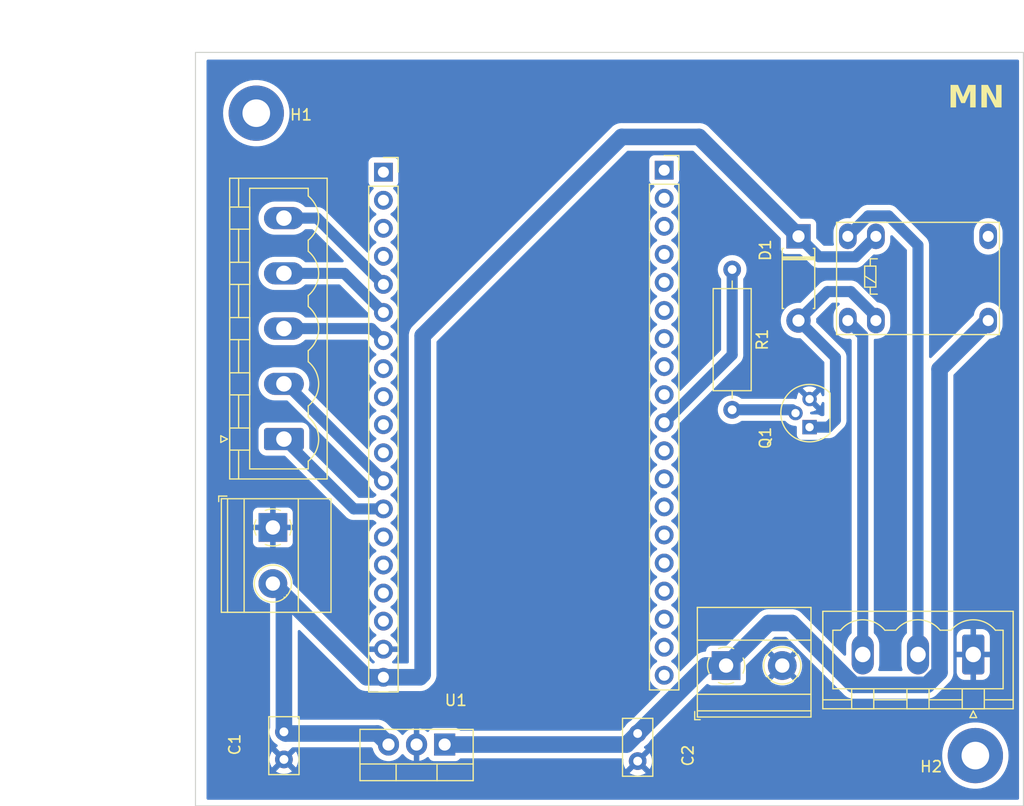
<source format=kicad_pcb>
(kicad_pcb (version 20221018) (generator pcbnew)
  (layers (0 "F.Cu" signal) (31 "B.Cu" signal) (34 "B.Paste" user) (35 "F.Paste" user) (36 "B.SilkS" user "B.Silkscreen") (37 "F.SilkS" user "F.Silkscreen") (38 "B.Mask" user) (39 "F.Mask" user) (44 "Edge.Cuts" user))
  (net 0 "")
  (net 1 "+5V")
  (net 2 "GND")
  (net 3 "/COM")
  (net 4 "Net-(D1-A)")
  (net 5 "/34")
  (net 6 "/35")
  (net 7 "/32")
  (net 8 "/14")
  (net 9 "/12")
  (net 40 "/NC")
  (net 41 "/NO")
  (net 42 "Net-(Q1-B)")
  (net 43 "/5")
  (footprint "Package_TO_SOT_THT:TO-220-3_Vertical" (layer "F.Cu") (at 71.99 112 180)
    (fp_text reference "U1" (at -1.01 4) (layer "F.SilkS"))
    (fp_text value "LM7805_TO220" hide)
    (fp_line (start -2.58 -3.27) (end -2.58 1.371) (stroke (width 0.12)) (layer "F.SilkS"))
    (fp_line (start -2.58 -3.27) (end 7.66 -3.27) (stroke (width 0.12)) (layer "F.SilkS"))
    (fp_line (start -2.58 -1.76) (end 7.66 -1.76) (stroke (width 0.12)) (layer "F.SilkS"))
    (fp_line (start -2.58 1.371) (end 7.66 1.371) (stroke (width 0.12)) (layer "F.SilkS"))
    (fp_line (start 0.69 -3.27) (end 0.69 -1.76) (stroke (width 0.12)) (layer "F.SilkS"))
    (fp_line (start 4.391 -3.27) (end 4.391 -1.76) (stroke (width 0.12)) (layer "F.SilkS"))
    (fp_line (start 7.66 -3.27) (end 7.66 1.371) (stroke (width 0.12)) (layer "F.SilkS"))
    (pad "1" thru_hole rect (at 0 0 180) (size 1.905 2) (drill 1.1) (layers "*.Cu" "*.Mask") (net 3 "/COM"))
    (pad "2" thru_hole oval (at 2.54 0 180) (size 1.905 2) (drill 1.1) (layers "*.Cu" "*.Mask") (net 2 "GND"))
    (pad "3" thru_hole oval (at 5.08 0 180) (size 1.905 2) (drill 1.1) (layers "*.Cu" "*.Mask") (net 1 "+5V"))
  )
  (footprint "Capacitor_THT:C_Disc_D5.0mm_W2.5mm_P2.50mm" (layer "F.Cu") (at 57.45 110.85 -90)
    (fp_text reference "C1" (at 1.15 4.45 90) (layer "F.SilkS"))
    (fp_text value "100nF")
    (fp_line (start -1.37 -1.37) (end -1.37 1.37) (stroke (width 0.12)) (layer "F.SilkS"))
    (fp_line (start -1.37 -1.37) (end 3.87 -1.37) (stroke (width 0.12)) (layer "F.SilkS"))
    (fp_line (start -1.37 1.37) (end 3.87 1.37) (stroke (width 0.12)) (layer "F.SilkS"))
    (fp_line (start 3.87 -1.37) (end 3.87 1.37) (stroke (width 0.12)) (layer "F.SilkS"))
    (pad "1" thru_hole circle (at 0 0 270) (size 1.6 1.6) (drill 0.8) (layers "*.Cu" "*.Mask") (net 1 "+5V"))
    (pad "2" thru_hole circle (at 2.5 0 270) (size 1.6 1.6) (drill 0.8) (layers "*.Cu" "*.Mask") (net 2 "GND"))
  )
  (footprint "TerminalBlock_Phoenix:TerminalBlock_Phoenix_MKDS-1,5-2-5.08_1x02_P5.08mm_Horizontal" (layer "F.Cu") (at 56.45 92.35 -90)
    (fp_text reference "J2" hide)
    (fp_text value "Screw_Terminal_01x02" hide)
    (fp_line (start -2.84 4.16) (end -2.84 4.9) (stroke (width 0.12)) (layer "F.SilkS"))
    (fp_line (start -2.84 4.9) (end -2.34 4.9) (stroke (width 0.12)) (layer "F.SilkS"))
    (fp_line (start -2.6 -5.261) (end -2.6 4.66) (stroke (width 0.12)) (layer "F.SilkS"))
    (fp_line (start -2.6 -5.261) (end 7.68 -5.261) (stroke (width 0.12)) (layer "F.SilkS"))
    (fp_line (start -2.6 -2.301) (end 7.68 -2.301) (stroke (width 0.12)) (layer "F.SilkS"))
    (fp_line (start -2.6 2.6) (end 7.68 2.6) (stroke (width 0.12)) (layer "F.SilkS"))
    (fp_line (start -2.6 4.1) (end 7.68 4.1) (stroke (width 0.12)) (layer "F.SilkS"))
    (fp_line (start -2.6 4.66) (end 7.68 4.66) (stroke (width 0.12)) (layer "F.SilkS"))
    (fp_line (start 3.853 1.023) (end 3.806 1.069) (stroke (width 0.12)) (layer "F.SilkS"))
    (fp_line (start 4.046 1.239) (end 4.011 1.274) (stroke (width 0.12)) (layer "F.SilkS"))
    (fp_line (start 6.15 -1.275) (end 6.115 -1.239) (stroke (width 0.12)) (layer "F.SilkS"))
    (fp_line (start 6.355 -1.069) (end 6.308 -1.023) (stroke (width 0.12)) (layer "F.SilkS"))
    (fp_line (start 7.68 -5.261) (end 7.68 4.66) (stroke (width 0.12)) (layer "F.SilkS"))
    (fp_arc (start -1.535427 0.683042) (mid -1.680501 -0.000524) (end -1.535 -0.684) (stroke (width 0.12)) (layer "F.SilkS"))
    (fp_arc (start -0.683042 -1.535427) (mid 0.000524 -1.680501) (end 0.684 -1.535) (stroke (width 0.12)) (layer "F.SilkS"))
    (fp_arc (start 0.028805 1.680253) (mid -0.335551 1.646659) (end -0.684 1.535) (stroke (width 0.12)) (layer "F.SilkS"))
    (fp_arc (start 0.683318 1.534756) (mid 0.349292 1.643288) (end 0 1.68) (stroke (width 0.12)) (layer "F.SilkS"))
    (fp_arc (start 1.535427 -0.683042) (mid 1.680501 0.000524) (end 1.535 0.684) (stroke (width 0.12)) (layer "F.SilkS"))
    (fp_circle (center 5.08 0) (end 6.76 0) (stroke (width 0.12)) (fill none) (layer "F.SilkS"))
    (pad "1" thru_hole rect (at 0 0 270) (size 2.6 2.6) (drill 1.3) (layers "*.Cu" "*.Mask") (net 2 "GND"))
    (pad "2" thru_hole circle (at 5.08 0 270) (size 2.6 2.6) (drill 1.3) (layers "*.Cu" "*.Mask") (net 1 "+5V"))
  )
  (footprint "Connector_PinSocket_2.54mm:PinSocket_1x19_P2.54mm_Vertical" (layer "F.Cu") (at 91.85 60.01)
    (fp_text reference "J4" hide)
    (fp_text value "Conn_01x19_Socket" hide)
    (fp_line (start -1.33 1.27) (end -1.33 47.05) (stroke (width 0.12)) (layer "F.SilkS"))
    (fp_line (start -1.33 1.27) (end 1.33 1.27) (stroke (width 0.12)) (layer "F.SilkS"))
    (fp_line (start -1.33 47.05) (end 1.33 47.05) (stroke (width 0.12)) (layer "F.SilkS"))
    (fp_line (start 0 -1.33) (end 1.33 -1.33) (stroke (width 0.12)) (layer "F.SilkS"))
    (fp_line (start 1.33 -1.33) (end 1.33 0) (stroke (width 0.12)) (layer "F.SilkS"))
    (fp_line (start 1.33 1.27) (end 1.33 47.05) (stroke (width 0.12)) (layer "F.SilkS"))
    (pad "1" thru_hole rect (at 0 0) (size 1.7 1.7) (drill 1) (layers "*.Cu" "*.Mask"))
    (pad "2" thru_hole oval (at 0 2.54) (size 1.7 1.7) (drill 1) (layers "*.Cu" "*.Mask"))
    (pad "3" thru_hole oval (at 0 5.08) (size 1.7 1.7) (drill 1) (layers "*.Cu" "*.Mask"))
    (pad "4" thru_hole oval (at 0 7.62) (size 1.7 1.7) (drill 1) (layers "*.Cu" "*.Mask"))
    (pad "5" thru_hole oval (at 0 10.16) (size 1.7 1.7) (drill 1) (layers "*.Cu" "*.Mask"))
    (pad "6" thru_hole oval (at 0 12.7) (size 1.7 1.7) (drill 1) (layers "*.Cu" "*.Mask"))
    (pad "7" thru_hole oval (at 0 15.24) (size 1.7 1.7) (drill 1) (layers "*.Cu" "*.Mask"))
    (pad "8" thru_hole oval (at 0 17.78) (size 1.7 1.7) (drill 1) (layers "*.Cu" "*.Mask"))
    (pad "9" thru_hole oval (at 0 20.32) (size 1.7 1.7) (drill 1) (layers "*.Cu" "*.Mask"))
    (pad "10" thru_hole oval (at 0 22.86) (size 1.7 1.7) (drill 1) (layers "*.Cu" "*.Mask") (net 43 "/5"))
    (pad "11" thru_hole oval (at 0 25.4) (size 1.7 1.7) (drill 1) (layers "*.Cu" "*.Mask"))
    (pad "12" thru_hole oval (at 0 27.94) (size 1.7 1.7) (drill 1) (layers "*.Cu" "*.Mask"))
    (pad "13" thru_hole oval (at 0 30.48) (size 1.7 1.7) (drill 1) (layers "*.Cu" "*.Mask"))
    (pad "14" thru_hole oval (at 0 33.02) (size 1.7 1.7) (drill 1) (layers "*.Cu" "*.Mask"))
    (pad "15" thru_hole oval (at 0 35.56) (size 1.7 1.7) (drill 1) (layers "*.Cu" "*.Mask"))
    (pad "16" thru_hole oval (at 0 38.1) (size 1.7 1.7) (drill 1) (layers "*.Cu" "*.Mask"))
    (pad "17" thru_hole oval (at 0 40.64) (size 1.7 1.7) (drill 1) (layers "*.Cu" "*.Mask"))
    (pad "18" thru_hole oval (at 0 43.18) (size 1.7 1.7) (drill 1) (layers "*.Cu" "*.Mask"))
    (pad "19" thru_hole oval (at 0 45.72) (size 1.7 1.7) (drill 1) (layers "*.Cu" "*.Mask"))
  )
  (footprint "Resistor_THT:R_Axial_DIN0309_L9.0mm_D3.2mm_P12.70mm_Horizontal" (layer "F.Cu") (at 98 69 -90)
    (fp_text reference "R1" (at 6.35 -2.72 90) (layer "F.SilkS"))
    (fp_text value "1K" hide)
    (fp_line (start 1.04 0) (end 1.73 0) (stroke (width 0.12)) (layer "F.SilkS"))
    (fp_line (start 1.73 -1.72) (end 1.73 1.72) (stroke (width 0.12)) (layer "F.SilkS"))
    (fp_line (start 1.73 1.72) (end 10.97 1.72) (stroke (width 0.12)) (layer "F.SilkS"))
    (fp_line (start 10.97 -1.72) (end 1.73 -1.72) (stroke (width 0.12)) (layer "F.SilkS"))
    (fp_line (start 10.97 1.72) (end 10.97 -1.72) (stroke (width 0.12)) (layer "F.SilkS"))
    (fp_line (start 11.66 0) (end 10.97 0) (stroke (width 0.12)) (layer "F.SilkS"))
    (pad "1" thru_hole circle (at 0 0 270) (size 1.6 1.6) (drill 0.8) (layers "*.Cu" "*.Mask") (net 43 "/5"))
    (pad "2" thru_hole oval (at 12.7 0 270) (size 1.6 1.6) (drill 0.8) (layers "*.Cu" "*.Mask") (net 42 "Net-(Q1-B)"))
  )
  (footprint "MountingHole:MountingHole_2.5mm_Pad" (layer "F.Cu") (at 54.95 54.85)
    (fp_text reference "H1" (at 4.05 0.15) (layer "F.SilkS"))
    (fp_text value "MountingHole" hide)
    (pad "1" thru_hole circle (at 0 0) (size 5 5) (drill 2.5) (layers "*.Cu" "*.Mask"))
  )
  (footprint "Capacitor_THT:C_Disc_D5.0mm_W2.5mm_P2.50mm" (layer "F.Cu") (at 89.45 111 -90)
    (fp_text reference "C2" (at 2 -4.55 -270) (layer "F.SilkS"))
    (fp_text value "330nF")
    (fp_line (start -1.37 -1.37) (end -1.37 1.37) (stroke (width 0.12)) (layer "F.SilkS"))
    (fp_line (start -1.37 -1.37) (end 3.87 -1.37) (stroke (width 0.12)) (layer "F.SilkS"))
    (fp_line (start -1.37 1.37) (end 3.87 1.37) (stroke (width 0.12)) (layer "F.SilkS"))
    (fp_line (start 3.87 -1.37) (end 3.87 1.37) (stroke (width 0.12)) (layer "F.SilkS"))
    (pad "1" thru_hole circle (at 0 0 270) (size 1.6 1.6) (drill 0.8) (layers "*.Cu" "*.Mask") (net 3 "/COM"))
    (pad "2" thru_hole circle (at 2.5 0 270) (size 1.6 1.6) (drill 0.8) (layers "*.Cu" "*.Mask") (net 2 "GND"))
  )
  (footprint "MountingHole:MountingHole_2.5mm_Pad" (layer "F.Cu") (at 120 113)
    (fp_text reference "H2" (at -4 1) (layer "F.SilkS"))
    (fp_text value "MountingHole" hide)
    (pad "1" thru_hole circle (at 0 0) (size 5 5) (drill 2.5) (layers "*.Cu" "*.Mask"))
  )
  (footprint "TerminalBlock_Phoenix:TerminalBlock_Phoenix_MKDS-1,5-2-5.08_1x02_P5.08mm_Horizontal" (layer "F.Cu") (at 97.45 104.85)
    (fp_text reference "J5" hide)
    (fp_text value "Screw_Terminal_01x02" hide)
    (fp_line (start -2.84 4.16) (end -2.84 4.9) (stroke (width 0.12)) (layer "F.SilkS"))
    (fp_line (start -2.84 4.9) (end -2.34 4.9) (stroke (width 0.12)) (layer "F.SilkS"))
    (fp_line (start -2.6 -5.261) (end -2.6 4.66) (stroke (width 0.12)) (layer "F.SilkS"))
    (fp_line (start -2.6 -5.261) (end 7.68 -5.261) (stroke (width 0.12)) (layer "F.SilkS"))
    (fp_line (start -2.6 -2.301) (end 7.68 -2.301) (stroke (width 0.12)) (layer "F.SilkS"))
    (fp_line (start -2.6 2.6) (end 7.68 2.6) (stroke (width 0.12)) (layer "F.SilkS"))
    (fp_line (start -2.6 4.1) (end 7.68 4.1) (stroke (width 0.12)) (layer "F.SilkS"))
    (fp_line (start -2.6 4.66) (end 7.68 4.66) (stroke (width 0.12)) (layer "F.SilkS"))
    (fp_line (start 3.853 1.023) (end 3.806 1.069) (stroke (width 0.12)) (layer "F.SilkS"))
    (fp_line (start 4.046 1.239) (end 4.011 1.274) (stroke (width 0.12)) (layer "F.SilkS"))
    (fp_line (start 6.15 -1.275) (end 6.115 -1.239) (stroke (width 0.12)) (layer "F.SilkS"))
    (fp_line (start 6.355 -1.069) (end 6.308 -1.023) (stroke (width 0.12)) (layer "F.SilkS"))
    (fp_line (start 7.68 -5.261) (end 7.68 4.66) (stroke (width 0.12)) (layer "F.SilkS"))
    (fp_arc (start -1.535427 0.683042) (mid -1.680501 -0.000524) (end -1.535 -0.684) (stroke (width 0.12)) (layer "F.SilkS"))
    (fp_arc (start -0.683042 -1.535427) (mid 0.000524 -1.680501) (end 0.684 -1.535) (stroke (width 0.12)) (layer "F.SilkS"))
    (fp_arc (start 0.028805 1.680253) (mid -0.335551 1.646659) (end -0.684 1.535) (stroke (width 0.12)) (layer "F.SilkS"))
    (fp_arc (start 0.683318 1.534756) (mid 0.349292 1.643288) (end 0 1.68) (stroke (width 0.12)) (layer "F.SilkS"))
    (fp_arc (start 1.535427 -0.683042) (mid 1.680501 0.000524) (end 1.535 0.684) (stroke (width 0.12)) (layer "F.SilkS"))
    (fp_circle (center 5.08 0) (end 6.76 0) (stroke (width 0.12)) (fill none) (layer "F.SilkS"))
    (pad "1" thru_hole rect (at 0 0) (size 2.6 2.6) (drill 1.3) (layers "*.Cu" "*.Mask") (net 3 "/COM"))
    (pad "2" thru_hole circle (at 5.08 0) (size 2.6 2.6) (drill 1.3) (layers "*.Cu" "*.Mask") (net 2 "GND"))
  )
  (footprint "Connector_Phoenix_MSTB:PhoenixContact_MSTBVA_2,5_5-G_1x05_P5.00mm_Vertical" (layer "F.Cu") (at 57.45 84.35 90)
    (fp_text reference "J1" hide)
    (fp_text value "Screw_Terminal_01x05" hide)
    (fp_line (start -3.61 -4.91) (end -3.61 3.91) (stroke (width 0.12)) (layer "F.SilkS"))
    (fp_line (start -3.61 -4.1) (end -1.11 -4.1) (stroke (width 0.12)) (layer "F.SilkS"))
    (fp_line (start -3.61 3.91) (end 23.61 3.91) (stroke (width 0.12)) (layer "F.SilkS"))
    (fp_line (start -2.7 -3.1) (end 22.7 -3.1) (stroke (width 0.12)) (layer "F.SilkS"))
    (fp_line (start -2.7 2.2) (end -2.7 -3.1) (stroke (width 0.12)) (layer "F.SilkS"))
    (fp_line (start -2 2.2) (end -2.7 2.2) (stroke (width 0.12)) (layer "F.SilkS"))
    (fp_line (start -1 -4.91) (end 1 -4.91) (stroke (width 0.12)) (layer "F.SilkS"))
    (fp_line (start -1 -3.1) (end -1 -4.91) (stroke (width 0.12)) (layer "F.SilkS"))
    (fp_line (start -0.3 -5.71) (end 0.3 -5.71) (stroke (width 0.12)) (layer "F.SilkS"))
    (fp_line (start 0 -5.11) (end -0.3 -5.71) (stroke (width 0.12)) (layer "F.SilkS"))
    (fp_line (start 0.3 -5.71) (end 0 -5.11) (stroke (width 0.12)) (layer "F.SilkS"))
    (fp_line (start 1 -4.91) (end 1 -3.1) (stroke (width 0.12)) (layer "F.SilkS"))
    (fp_line (start 1 -4.1) (end 4 -4.1) (stroke (width 0.12)) (layer "F.SilkS"))
    (fp_line (start 1 -3.1) (end -1 -3.1) (stroke (width 0.12)) (layer "F.SilkS"))
    (fp_line (start 2 2.2) (end 3 2.2) (stroke (width 0.12)) (layer "F.SilkS"))
    (fp_line (start 4 -4.91) (end 6 -4.91) (stroke (width 0.12)) (layer "F.SilkS"))
    (fp_line (start 4 -3.1) (end 4 -4.91) (stroke (width 0.12)) (layer "F.SilkS"))
    (fp_line (start 6 -4.91) (end 6 -3.1) (stroke (width 0.12)) (layer "F.SilkS"))
    (fp_line (start 6 -4.1) (end 9 -4.1) (stroke (width 0.12)) (layer "F.SilkS"))
    (fp_line (start 6 -3.1) (end 4 -3.1) (stroke (width 0.12)) (layer "F.SilkS"))
    (fp_line (start 7 2.2) (end 8 2.2) (stroke (width 0.12)) (layer "F.SilkS"))
    (fp_line (start 9 -4.91) (end 11 -4.91) (stroke (width 0.12)) (layer "F.SilkS"))
    (fp_line (start 9 -3.1) (end 9 -4.91) (stroke (width 0.12)) (layer "F.SilkS"))
    (fp_line (start 11 -4.91) (end 11 -3.1) (stroke (width 0.12)) (layer "F.SilkS"))
    (fp_line (start 11 -4.1) (end 14 -4.1) (stroke (width 0.12)) (layer "F.SilkS"))
    (fp_line (start 11 -3.1) (end 9 -3.1) (stroke (width 0.12)) (layer "F.SilkS"))
    (fp_line (start 12 2.2) (end 13 2.2) (stroke (width 0.12)) (layer "F.SilkS"))
    (fp_line (start 14 -4.91) (end 16 -4.91) (stroke (width 0.12)) (layer "F.SilkS"))
    (fp_line (start 14 -3.1) (end 14 -4.91) (stroke (width 0.12)) (layer "F.SilkS"))
    (fp_line (start 16 -4.91) (end 16 -3.1) (stroke (width 0.12)) (layer "F.SilkS"))
    (fp_line (start 16 -4.1) (end 19 -4.1) (stroke (width 0.12)) (layer "F.SilkS"))
    (fp_line (start 16 -3.1) (end 14 -3.1) (stroke (width 0.12)) (layer "F.SilkS"))
    (fp_line (start 17 2.2) (end 18 2.2) (stroke (width 0.12)) (layer "F.SilkS"))
    (fp_line (start 19 -4.91) (end 21 -4.91) (stroke (width 0.12)) (layer "F.SilkS"))
    (fp_line (start 19 -3.1) (end 19 -4.91) (stroke (width 0.12)) (layer "F.SilkS"))
    (fp_line (start 21 -4.91) (end 21 -3.1) (stroke (width 0.12)) (layer "F.SilkS"))
    (fp_line (start 21 -3.1) (end 19 -3.1) (stroke (width 0.12)) (layer "F.SilkS"))
    (fp_line (start 22.7 -3.1) (end 22.7 2.2) (stroke (width 0.12)) (layer "F.SilkS"))
    (fp_line (start 22.7 2.2) (end 22 2.2) (stroke (width 0.12)) (layer "F.SilkS"))
    (fp_line (start 23.61 -4.91) (end -3.61 -4.91) (stroke (width 0.12)) (layer "F.SilkS"))
    (fp_line (start 23.61 -4.1) (end 21.11 -4.1) (stroke (width 0.12)) (layer "F.SilkS"))
    (fp_line (start 23.61 3.91) (end 23.61 -4.91) (stroke (width 0.12)) (layer "F.SilkS"))
    (fp_arc (start 1.986842 2.215821) (mid -0.010289 3.142758) (end -2 2.2) (stroke (width 0.12)) (layer "F.SilkS"))
    (fp_arc (start 6.986842 2.215821) (mid 4.989711 3.142758) (end 3 2.2) (stroke (width 0.12)) (layer "F.SilkS"))
    (fp_arc (start 11.986842 2.215821) (mid 9.989711 3.142758) (end 8 2.2) (stroke (width 0.12)) (layer "F.SilkS"))
    (fp_arc (start 16.986842 2.215821) (mid 14.989711 3.142758) (end 13 2.2) (stroke (width 0.12)) (layer "F.SilkS"))
    (fp_arc (start 21.986842 2.215821) (mid 19.989711 3.142758) (end 18 2.2) (stroke (width 0.12)) (layer "F.SilkS"))
    (pad "1" thru_hole roundrect (at 0 0 90) (size 2 3.6) (drill 1.4) (layers "*.Cu" "*.Mask") (roundrect_rratio 0.125) (net 9 "/12"))
    (pad "2" thru_hole oval (at 5 0 90) (size 2 3.6) (drill 1.4) (layers "*.Cu" "*.Mask") (net 8 "/14"))
    (pad "3" thru_hole oval (at 10 0 90) (size 2 3.6) (drill 1.4) (layers "*.Cu" "*.Mask") (net 7 "/32"))
    (pad "4" thru_hole oval (at 15 0 90) (size 2 3.6) (drill 1.4) (layers "*.Cu" "*.Mask") (net 6 "/35"))
    (pad "5" thru_hole oval (at 20 0 90) (size 2 3.6) (drill 1.4) (layers "*.Cu" "*.Mask") (net 5 "/34"))
  )
  (footprint "Connector_Phoenix_MSTB:PhoenixContact_MSTBVA_2,5_3-G_1x03_P5.00mm_Vertical" (layer "F.Cu") (at 119.81 103.85 180)
    (fp_text reference "J6" hide)
    (fp_text value "Screw_Terminal_01x03" hide)
    (fp_line (start -3.61 -4.91) (end -3.61 3.91) (stroke (width 0.12)) (layer "F.SilkS"))
    (fp_line (start -3.61 -4.1) (end -1.11 -4.1) (stroke (width 0.12)) (layer "F.SilkS"))
    (fp_line (start -3.61 3.91) (end 13.61 3.91) (stroke (width 0.12)) (layer "F.SilkS"))
    (fp_line (start -2.7 -3.1) (end 12.7 -3.1) (stroke (width 0.12)) (layer "F.SilkS"))
    (fp_line (start -2.7 2.2) (end -2.7 -3.1) (stroke (width 0.12)) (layer "F.SilkS"))
    (fp_line (start -2 2.2) (end -2.7 2.2) (stroke (width 0.12)) (layer "F.SilkS"))
    (fp_line (start -1 -4.91) (end 1 -4.91) (stroke (width 0.12)) (layer "F.SilkS"))
    (fp_line (start -1 -3.1) (end -1 -4.91) (stroke (width 0.12)) (layer "F.SilkS"))
    (fp_line (start -0.3 -5.71) (end 0.3 -5.71) (stroke (width 0.12)) (layer "F.SilkS"))
    (fp_line (start 0 -5.11) (end -0.3 -5.71) (stroke (width 0.12)) (layer "F.SilkS"))
    (fp_line (start 0.3 -5.71) (end 0 -5.11) (stroke (width 0.12)) (layer "F.SilkS"))
    (fp_line (start 1 -4.91) (end 1 -3.1) (stroke (width 0.12)) (layer "F.SilkS"))
    (fp_line (start 1 -4.1) (end 4 -4.1) (stroke (width 0.12)) (layer "F.SilkS"))
    (fp_line (start 1 -3.1) (end -1 -3.1) (stroke (width 0.12)) (layer "F.SilkS"))
    (fp_line (start 2 2.2) (end 3 2.2) (stroke (width 0.12)) (layer "F.SilkS"))
    (fp_line (start 4 -4.91) (end 6 -4.91) (stroke (width 0.12)) (layer "F.SilkS"))
    (fp_line (start 4 -3.1) (end 4 -4.91) (stroke (width 0.12)) (layer "F.SilkS"))
    (fp_line (start 6 -4.91) (end 6 -3.1) (stroke (width 0.12)) (layer "F.SilkS"))
    (fp_line (start 6 -4.1) (end 9 -4.1) (stroke (width 0.12)) (layer "F.SilkS"))
    (fp_line (start 6 -3.1) (end 4 -3.1) (stroke (width 0.12)) (layer "F.SilkS"))
    (fp_line (start 7 2.2) (end 8 2.2) (stroke (width 0.12)) (layer "F.SilkS"))
    (fp_line (start 9 -4.91) (end 11 -4.91) (stroke (width 0.12)) (layer "F.SilkS"))
    (fp_line (start 9 -3.1) (end 9 -4.91) (stroke (width 0.12)) (layer "F.SilkS"))
    (fp_line (start 11 -4.91) (end 11 -3.1) (stroke (width 0.12)) (layer "F.SilkS"))
    (fp_line (start 11 -3.1) (end 9 -3.1) (stroke (width 0.12)) (layer "F.SilkS"))
    (fp_line (start 12.7 -3.1) (end 12.7 2.2) (stroke (width 0.12)) (layer "F.SilkS"))
    (fp_line (start 12.7 2.2) (end 12 2.2) (stroke (width 0.12)) (layer "F.SilkS"))
    (fp_line (start 13.61 -4.91) (end -3.61 -4.91) (stroke (width 0.12)) (layer "F.SilkS"))
    (fp_line (start 13.61 -4.1) (end 11.11 -4.1) (stroke (width 0.12)) (layer "F.SilkS"))
    (fp_line (start 13.61 3.91) (end 13.61 -4.91) (stroke (width 0.12)) (layer "F.SilkS"))
    (fp_arc (start 1.986842 2.215821) (mid -0.010289 3.142758) (end -2 2.2) (stroke (width 0.12)) (layer "F.SilkS"))
    (fp_arc (start 6.986842 2.215821) (mid 4.989711 3.142758) (end 3 2.2) (stroke (width 0.12)) (layer "F.SilkS"))
    (fp_arc (start 11.986842 2.215821) (mid 9.989711 3.142758) (end 8 2.2) (stroke (width 0.12)) (layer "F.SilkS"))
    (pad "1" thru_hole roundrect (at 0 0 180) (size 2 3.6) (drill 1.4) (layers "*.Cu" "*.Mask") (roundrect_rratio 0.125) (net 2 "GND"))
    (pad "2" thru_hole oval (at 5 0 180) (size 2 3.6) (drill 1.4) (layers "*.Cu" "*.Mask") (net 41 "/NO"))
    (pad "3" thru_hole oval (at 10 0 180) (size 2 3.6) (drill 1.4) (layers "*.Cu" "*.Mask") (net 40 "/NC"))
  )
  (footprint "Relay_THT:Relay_SPDT_HJR-4102" (layer "F.Cu") (at 121.16 66 -90)
    (fp_text reference "K1" hide)
    (fp_text value "TIANBO-HJR-4102-L" hide)
    (fp_line (start -1.27 -1.016) (end 8.89 -1.016) (stroke (width 0.12)) (layer "F.SilkS"))
    (fp_line (start -1.27 13.716) (end -1.27 -1.016) (stroke (width 0.12)) (layer "F.SilkS"))
    (fp_line (start 2.032 10.033) (end 2.032 10.668) (stroke (width 0.12)) (layer "F.SilkS"))
    (fp_line (start 2.032 10.668) (end 2.692 10.668) (stroke (width 0.12)) (layer "F.SilkS"))
    (fp_line (start 2.692 10.16) (end 2.692 11.176) (stroke (width 0.12)) (layer "F.SilkS"))
    (fp_line (start 2.692 11.176) (end 4.597 11.176) (stroke (width 0.12)) (layer "F.SilkS"))
    (fp_line (start 4.216 10.16) (end 3.581 11.176) (stroke (width 0.12)) (layer "F.SilkS"))
    (fp_line (start 4.597 10.16) (end 2.692 10.16) (stroke (width 0.12)) (layer "F.SilkS"))
    (fp_line (start 4.597 10.16) (end 4.597 11.176) (stroke (width 0.12)) (layer "F.SilkS"))
    (fp_line (start 5.232 10.033) (end 5.232 10.668) (stroke (width 0.12)) (layer "F.SilkS"))
    (fp_line (start 5.232 10.668) (end 4.597 10.668) (stroke (width 0.12)) (layer "F.SilkS"))
    (fp_line (start 8.89 -1.016) (end 8.89 13.716) (stroke (width 0.12)) (layer "F.SilkS"))
    (fp_line (start 8.89 13.716) (end -1.27 13.716) (stroke (width 0.12)) (layer "F.SilkS"))
    (pad "1" thru_hole oval (at 0 0 270) (size 2.3 1.6) (drill 1) (layers "*.Cu" "*.Mask"))
    (pad "5" thru_hole oval (at 0 10.16 270) (size 2.3 1.6) (drill 1) (layers "*.Cu" "*.Mask") (net 1 "+5V"))
    (pad "6" thru_hole oval (at 0 12.7 270) (size 2.3 1.6) (drill 1) (layers "*.Cu" "*.Mask") (net 41 "/NO"))
    (pad "7" thru_hole oval (at 7.62 12.7 270) (size 2.3 1.6) (drill 1) (layers "*.Cu" "*.Mask") (net 40 "/NC"))
    (pad "8" thru_hole oval (at 7.62 10.16 270) (size 2.3 1.6) (drill 1) (layers "*.Cu" "*.Mask") (net 4 "Net-(D1-A)"))
    (pad "12" thru_hole oval (at 7.62 0 270) (size 2.3 1.6) (drill 1) (layers "*.Cu" "*.Mask") (net 3 "/COM"))
  )
  (footprint "Package_TO_SOT_THT:TO-92" (layer "F.Cu") (at 105 83.27 90)
    (fp_text reference "Q1" (at -0.98 -4 90) (layer "F.SilkS"))
    (fp_text value "NPN" hide)
    (fp_line (start -0.53 1.85) (end 3.07 1.85) (stroke (width 0.12)) (layer "F.SilkS"))
    (fp_arc (start -0.568478 1.838478) (mid -1.132087 -0.994977) (end 1.27 -2.6) (stroke (width 0.12)) (layer "F.SilkS"))
    (fp_arc (start 1.27 -2.6) (mid 3.672087 -0.994977) (end 3.108478 1.838478) (stroke (width 0.12)) (layer "F.SilkS"))
    (pad "1" thru_hole rect (at 0 0 90) (size 1.3 1.3) (drill 0.75) (layers "*.Cu" "*.Mask") (net 4 "Net-(D1-A)"))
    (pad "2" thru_hole circle (at 1.27 -1.27 90) (size 1.3 1.3) (drill 0.75) (layers "*.Cu" "*.Mask") (net 42 "Net-(Q1-B)"))
    (pad "3" thru_hole circle (at 2.54 0 90) (size 1.3 1.3) (drill 0.75) (layers "*.Cu" "*.Mask") (net 2 "GND"))
  )
  (footprint "Diode_THT:D_DO-41_SOD81_P7.62mm_Horizontal" (layer "F.Cu") (at 104 66 -90)
    (fp_text reference "D1" (at 1.25 3 90) (layer "F.SilkS"))
    (fp_text value "1N4007" hide)
    (fp_line (start 1.09 -1.47) (end 6.53 -1.47) (stroke (width 0.12)) (layer "F.SilkS"))
    (fp_line (start 1.09 -1.34) (end 1.09 -1.47) (stroke (width 0.12)) (layer "F.SilkS"))
    (fp_line (start 1.09 1.34) (end 1.09 1.47) (stroke (width 0.12)) (layer "F.SilkS"))
    (fp_line (start 1.09 1.47) (end 6.53 1.47) (stroke (width 0.12)) (layer "F.SilkS"))
    (fp_line (start 1.87 -1.47) (end 1.87 1.47) (stroke (width 0.12)) (layer "F.SilkS"))
    (fp_line (start 1.99 -1.47) (end 1.99 1.47) (stroke (width 0.12)) (layer "F.SilkS"))
    (fp_line (start 2.11 -1.47) (end 2.11 1.47) (stroke (width 0.12)) (layer "F.SilkS"))
    (fp_line (start 6.53 -1.47) (end 6.53 -1.34) (stroke (width 0.12)) (layer "F.SilkS"))
    (fp_line (start 6.53 1.47) (end 6.53 1.34) (stroke (width 0.12)) (layer "F.SilkS"))
    (pad "1" thru_hole rect (at 0 0 270) (size 2.2 2.2) (drill 1.1) (layers "*.Cu" "*.Mask") (net 1 "+5V"))
    (pad "2" thru_hole oval (at 7.62 0 270) (size 2.2 2.2) (drill 1.1) (layers "*.Cu" "*.Mask") (net 4 "Net-(D1-A)"))
  )
  (footprint "Connector_PinSocket_2.54mm:PinSocket_1x19_P2.54mm_Vertical" (layer "F.Cu") (at 66.45 60.19)
    (fp_text reference "J3" hide)
    (fp_text value "Conn_01x19_Socket" hide)
    (fp_line (start -1.33 1.27) (end -1.33 47.05) (stroke (width 0.12)) (layer "F.SilkS"))
    (fp_line (start -1.33 1.27) (end 1.33 1.27) (stroke (width 0.12)) (layer "F.SilkS"))
    (fp_line (start -1.33 47.05) (end 1.33 47.05) (stroke (width 0.12)) (layer "F.SilkS"))
    (fp_line (start 0 -1.33) (end 1.33 -1.33) (stroke (width 0.12)) (layer "F.SilkS"))
    (fp_line (start 1.33 -1.33) (end 1.33 0) (stroke (width 0.12)) (layer "F.SilkS"))
    (fp_line (start 1.33 1.27) (end 1.33 47.05) (stroke (width 0.12)) (layer "F.SilkS"))
    (pad "1" thru_hole rect (at 0 0) (size 1.7 1.7) (drill 1) (layers "*.Cu" "*.Mask"))
    (pad "2" thru_hole oval (at 0 2.54) (size 1.7 1.7) (drill 1) (layers "*.Cu" "*.Mask"))
    (pad "3" thru_hole oval (at 0 5.08) (size 1.7 1.7) (drill 1) (layers "*.Cu" "*.Mask"))
    (pad "4" thru_hole oval (at 0 7.62) (size 1.7 1.7) (drill 1) (layers "*.Cu" "*.Mask"))
    (pad "5" thru_hole oval (at 0 10.16) (size 1.7 1.7) (drill 1) (layers "*.Cu" "*.Mask") (net 5 "/34"))
    (pad "6" thru_hole oval (at 0 12.7) (size 1.7 1.7) (drill 1) (layers "*.Cu" "*.Mask") (net 6 "/35"))
    (pad "7" thru_hole oval (at 0 15.24) (size 1.7 1.7) (drill 1) (layers "*.Cu" "*.Mask") (net 7 "/32"))
    (pad "8" thru_hole oval (at 0 17.78) (size 1.7 1.7) (drill 1) (layers "*.Cu" "*.Mask"))
    (pad "9" thru_hole oval (at 0 20.32) (size 1.7 1.7) (drill 1) (layers "*.Cu" "*.Mask"))
    (pad "10" thru_hole oval (at 0 22.86) (size 1.7 1.7) (drill 1) (layers "*.Cu" "*.Mask"))
    (pad "11" thru_hole oval (at 0 25.4) (size 1.7 1.7) (drill 1) (layers "*.Cu" "*.Mask"))
    (pad "12" thru_hole oval (at 0 27.94) (size 1.7 1.7) (drill 1) (layers "*.Cu" "*.Mask") (net 8 "/14"))
    (pad "13" thru_hole oval (at 0 30.48) (size 1.7 1.7) (drill 1) (layers "*.Cu" "*.Mask") (net 9 "/12"))
    (pad "14" thru_hole oval (at 0 33.02) (size 1.7 1.7) (drill 1) (layers "*.Cu" "*.Mask"))
    (pad "15" thru_hole oval (at 0 35.56) (size 1.7 1.7) (drill 1) (layers "*.Cu" "*.Mask"))
    (pad "16" thru_hole oval (at 0 38.1) (size 1.7 1.7) (drill 1) (layers "*.Cu" "*.Mask"))
    (pad "17" thru_hole oval (at 0 40.64) (size 1.7 1.7) (drill 1) (layers "*.Cu" "*.Mask"))
    (pad "18" thru_hole oval (at 0 43.18) (size 1.7 1.7) (drill 1) (layers "*.Cu" "*.Mask") (net 2 "GND"))
    (pad "19" thru_hole oval (at 0 45.72) (size 1.7 1.7) (drill 1) (layers "*.Cu" "*.Mask") (net 1 "+5V"))
  )
  (gr_poly (pts (xy 49.45 49.35) (xy 123.95 49.35) (xy 124.35 49.35) (xy 124.35 117.55) (xy 49.45 117.55)) (stroke (width 0.1)) (fill none) (layer "Edge.Cuts"))
  (gr_text "MN" (at 117.5 53.5) (layer "F.SilkS") (effects (font (size 2 2) (thickness 0.2) bold) (justify left)))
  (segment (start 56.45 97.43) (end 64.93 105.91) (width 1.5) (layer "B.Cu") (net 1))
  (segment (start 70 105.6664) (end 69.7564 105.91) (width 1.5) (layer "B.Cu") (net 1))
  (segment (start 88 57) (end 70 75) (width 1.5) (layer "B.Cu") (net 1))
  (segment (start 57.6 111) (end 57.45 110.85) (width 1.5) (layer "B.Cu") (net 1))
  (segment (start 69.7564 105.91) (end 66.45 105.91) (width 1.5) (layer "B.Cu") (net 1))
  (segment (start 66.91 112) (end 65.91 111) (width 1.5) (layer "B.Cu") (net 1))
  (segment (start 109.15 67.85) (end 105.85 67.85) (width 1) (layer "B.Cu") (net 1))
  (segment (start 57.45 110.85) (end 57.45 98.43) (width 1.5) (layer "B.Cu") (net 1))
  (segment (start 111 66) (end 109.15 67.85) (width 1) (layer "B.Cu") (net 1))
  (segment (start 95 57) (end 88 57) (width 1.5) (layer "B.Cu") (net 1))
  (segment (start 104 66) (end 95 57) (width 1.5) (layer "B.Cu") (net 1))
  (segment (start 70 75) (end 70 105.6664) (width 1.5) (layer "B.Cu") (net 1))
  (segment (start 65.91 111) (end 57.6 111) (width 1.5) (layer "B.Cu") (net 1))
  (segment (start 57.45 98.43) (end 56.45 97.43) (width 1.5) (layer "B.Cu") (net 1))
  (segment (start 105.85 67.85) (end 104 66) (width 1) (layer "B.Cu") (net 1))
  (segment (start 64.93 105.91) (end 66.45 105.91) (width 1.5) (layer "B.Cu") (net 1))
  (segment (start 103.402284 101) (end 109.002284 106.6) (width 1.5) (layer "B.Cu") (net 3))
  (segment (start 88.45 112) (end 89.45 111) (width 1.5) (layer "B.Cu") (net 3))
  (segment (start 116.76 78.02) (end 121.16 73.62) (width 1.5) (layer "B.Cu") (net 3))
  (segment (start 95.6 104.85) (end 89.45 111) (width 1.5) (layer "B.Cu") (net 3))
  (segment (start 115.617716 106.6) (end 116.76 105.457716) (width 1.5) (layer "B.Cu") (net 3))
  (segment (start 101.3 101) (end 103.402284 101) (width 1.5) (layer "B.Cu") (net 3))
  (segment (start 97.45 104.85) (end 101.3 101) (width 1.5) (layer "B.Cu") (net 3))
  (segment (start 71.99 112) (end 88.45 112) (width 1.5) (layer "B.Cu") (net 3))
  (segment (start 109.002284 106.6) (end 115.617716 106.6) (width 1.5) (layer "B.Cu") (net 3))
  (segment (start 116.76 105.457716) (end 116.76 78.02) (width 1.5) (layer "B.Cu") (net 3))
  (segment (start 97.45 104.85) (end 95.6 104.85) (width 1.5) (layer "B.Cu") (net 3))
  (segment (start 108.73 71) (end 106.62 71) (width 1) (layer "B.Cu") (net 4))
  (segment (start 107.3404 82.6262) (end 107.3404 76.9604) (width 1) (layer "B.Cu") (net 4))
  (segment (start 106.62 71) (end 104 73.62) (width 1) (layer "B.Cu") (net 4))
  (segment (start 106.6966 83.27) (end 107.3404 82.6262) (width 1) (layer "B.Cu") (net 4))
  (segment (start 111 73.62) (end 111 73.27) (width 1) (layer "B.Cu") (net 4))
  (segment (start 111 73.27) (end 108.73 71) (width 1) (layer "B.Cu") (net 4))
  (segment (start 107.3404 76.9604) (end 104 73.62) (width 1) (layer "B.Cu") (net 4))
  (segment (start 105 83.27) (end 106.6966 83.27) (width 1) (layer "B.Cu") (net 4))
  (segment (start 57.45 64.35) (end 60.45 64.35) (width 1) (layer "B.Cu") (net 5))
  (segment (start 60.45 64.35) (end 66.45 70.35) (width 1) (layer "B.Cu") (net 5))
  (segment (start 62.91 69.35) (end 66.45 72.89) (width 1) (layer "B.Cu") (net 6))
  (segment (start 57.45 69.35) (end 62.91 69.35) (width 1) (layer "B.Cu") (net 6))
  (segment (start 65.37 74.35) (end 66.45 75.43) (width 1) (layer "B.Cu") (net 7))
  (segment (start 57.45 74.35) (end 65.37 74.35) (width 1) (layer "B.Cu") (net 7))
  (segment (start 57.45 79.35) (end 57.67 79.35) (width 1) (layer "B.Cu") (net 8))
  (segment (start 57.67 79.35) (end 66.45 88.13) (width 1) (layer "B.Cu") (net 8))
  (segment (start 57.45 84.35) (end 63.77 90.67) (width 1) (layer "B.Cu") (net 9))
  (segment (start 63.77 90.67) (end 66.45 90.67) (width 1) (layer "B.Cu") (net 9))
  (segment (start 109.81 74.97) (end 108.46 73.62) (width 1) (layer "B.Cu") (net 40))
  (segment (start 109.81 103.85) (end 109.81 74.97) (width 1) (layer "B.Cu") (net 40))
  (segment (start 112.15 64.15) (end 110.31 64.15) (width 1) (layer "B.Cu") (net 41))
  (segment (start 114.81 66.81) (end 112.15 64.15) (width 1) (layer "B.Cu") (net 41))
  (segment (start 114.81 103.85) (end 114.81 66.81) (width 1) (layer "B.Cu") (net 41))
  (segment (start 110.31 64.15) (end 108.46 66) (width 1) (layer "B.Cu") (net 41))
  (segment (start 103.43 81.7) (end 103.73 82) (width 1) (layer "B.Cu") (net 42))
  (segment (start 98 81.7) (end 103.43 81.7) (width 1) (layer "B.Cu") (net 42))
  (segment (start 98 69) (end 98 76.72) (width 1) (layer "B.Cu") (net 43))
  (segment (start 98 76.72) (end 91.85 82.87) (width 1) (layer "B.Cu") (net 43))
  (zone (net 2) (net_name "GND") (layer "B.Cu") (connect_pads (clearance 0.5)) (min_thickness 0.25) (fill yes (thermal_gap 0.5) (thermal_bridge_width 0.5))
    (polygon (pts (xy 50.45 50) (xy 123.95 50) (xy 123.95 117) (xy 50.45 117)))
  )
)
</source>
